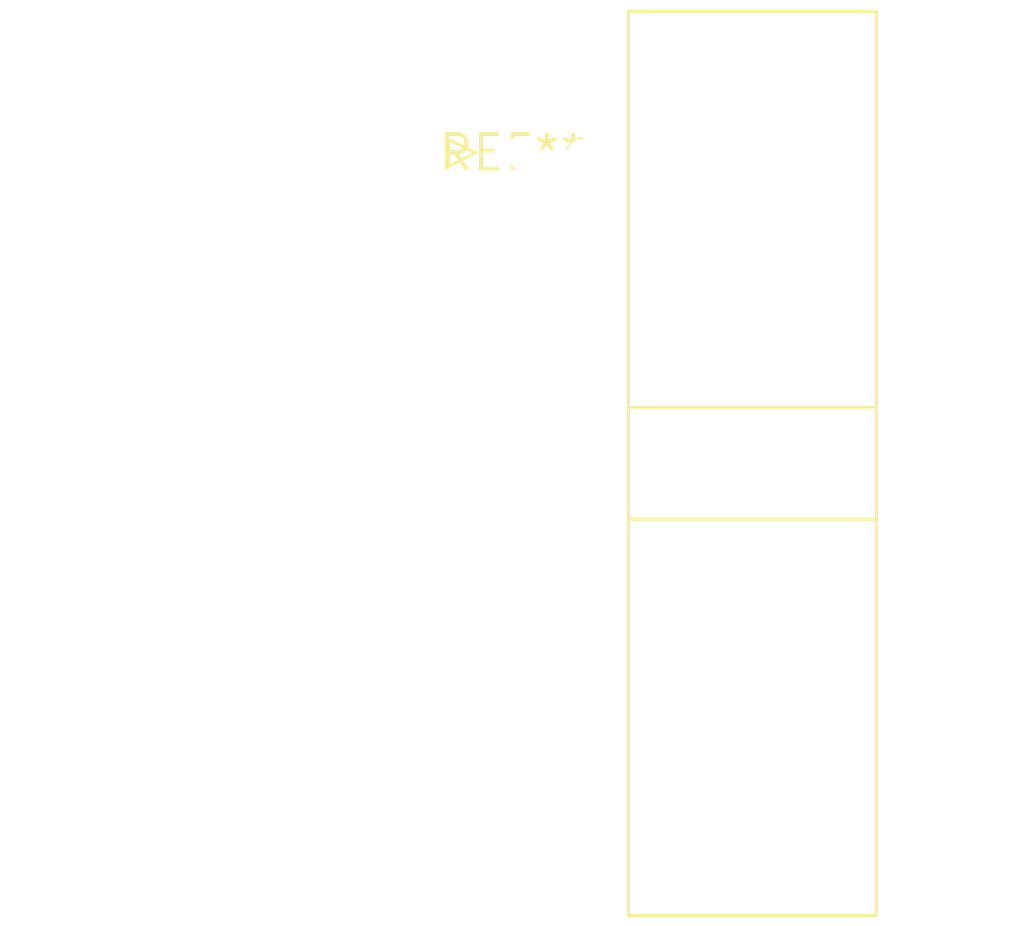
<source format=kicad_pcb>
(kicad_pcb (version 20240108) (generator pcbnew)
  (layers (0 "F.Cu" signal) (31 "B.Cu" signal) (34 "B.Paste" user) (35 "F.Paste" user) (36 "B.SilkS" user "B.Silkscreen") (37 "F.SilkS" user "F.Silkscreen") (38 "B.Mask" user) (39 "F.Mask" user) (44 "Edge.Cuts" user))
  (net 0 "")
  (footprint "IDC-Header_2x10_P2.54mm_Horizontal" (layer "F.Cu") (at 0 0)
    (property "Reference" "REF**")
    (property "Value" "IDC-Header_2x10_P2.54mm_Horizontal")
    (fp_line (start -2.35 -0.5) (end -2.35 0.5) (layer "F.SilkS") (stroke (width 0.12)))
    (fp_line (start -2.35 0.5) (end -1.35 0) (layer "F.SilkS") (stroke (width 0.12)))
    (fp_line (start -1.35 0) (end -2.35 -0.5) (layer "F.SilkS") (stroke (width 0.12)))
    (fp_line (start 4.27 -5.21) (end 13.39 -5.21) (layer "F.SilkS") (stroke (width 0.12)))
    (fp_line (start 4.27 9.38) (end 13.39 9.38) (layer "F.SilkS") (stroke (width 0.12)))
    (fp_line (start 4.27 13.48) (end 13.39 13.48) (layer "F.SilkS") (stroke (width 0.12)))
    (fp_line (start 4.27 28.07) (end 4.27 -5.21) (layer "F.SilkS") (stroke (width 0.12)))
    (fp_line (start 13.39 -5.21) (end 13.39 28.07) (layer "F.SilkS") (stroke (width 0.12)))
    (fp_line (start 13.39 28.07) (end 4.27 28.07) (layer "F.SilkS") (stroke (width 0.12)))
    (pad "1" thru_hole roundrect (at 0 0) (size 1.7 1.7) (drill 1) (layers *.Cu *.Mask) (remove_unused_layers) (roundrect_rratio 0.147059))
    (pad "2" thru_hole circle (at 2.54 0) (size 1.7 1.7) (drill 1) (layers *.Cu *.Mask) (remove_unused_layers))
    (pad "3" thru_hole circle (at 0 2.54) (size 1.7 1.7) (drill 1) (layers *.Cu *.Mask) (remove_unused_layers))
    (pad "4" thru_hole circle (at 2.54 2.54) (size 1.7 1.7) (drill 1) (layers *.Cu *.Mask) (remove_unused_layers))
    (pad "5" thru_hole circle (at 0 5.08) (size 1.7 1.7) (drill 1) (layers *.Cu *.Mask) (remove_unused_layers))
    (pad "6" thru_hole circle (at 2.54 5.08) (size 1.7 1.7) (drill 1) (layers *.Cu *.Mask) (remove_unused_layers))
    (pad "7" thru_hole circle (at 0 7.62) (size 1.7 1.7) (drill 1) (layers *.Cu *.Mask) (remove_unused_layers))
    (pad "8" thru_hole circle (at 2.54 7.62) (size 1.7 1.7) (drill 1) (layers *.Cu *.Mask) (remove_unused_layers))
    (pad "9" thru_hole circle (at 0 10.16) (size 1.7 1.7) (drill 1) (layers *.Cu *.Mask) (remove_unused_layers))
    (pad "10" thru_hole circle (at 2.54 10.16) (size 1.7 1.7) (drill 1) (layers *.Cu *.Mask) (remove_unused_layers))
    (pad "11" thru_hole circle (at 0 12.7) (size 1.7 1.7) (drill 1) (layers *.Cu *.Mask) (remove_unused_layers))
    (pad "12" thru_hole circle (at 2.54 12.7) (size 1.7 1.7) (drill 1) (layers *.Cu *.Mask) (remove_unused_layers))
    (pad "13" thru_hole circle (at 0 15.24) (size 1.7 1.7) (drill 1) (layers *.Cu *.Mask) (remove_unused_layers))
    (pad "14" thru_hole circle (at 2.54 15.24) (size 1.7 1.7) (drill 1) (layers *.Cu *.Mask) (remove_unused_layers))
    (pad "15" thru_hole circle (at 0 17.78) (size 1.7 1.7) (drill 1) (layers *.Cu *.Mask) (remove_unused_layers))
    (pad "16" thru_hole circle (at 2.54 17.78) (size 1.7 1.7) (drill 1) (layers *.Cu *.Mask) (remove_unused_layers))
    (pad "17" thru_hole circle (at 0 20.32) (size 1.7 1.7) (drill 1) (layers *.Cu *.Mask) (remove_unused_layers))
    (pad "18" thru_hole circle (at 2.54 20.32) (size 1.7 1.7) (drill 1) (layers *.Cu *.Mask) (remove_unused_layers))
    (pad "19" thru_hole circle (at 0 22.86) (size 1.7 1.7) (drill 1) (layers *.Cu *.Mask) (remove_unused_layers))
    (pad "20" thru_hole circle (at 2.54 22.86) (size 1.7 1.7) (drill 1) (layers *.Cu *.Mask) (remove_unused_layers))
  )
)
</source>
